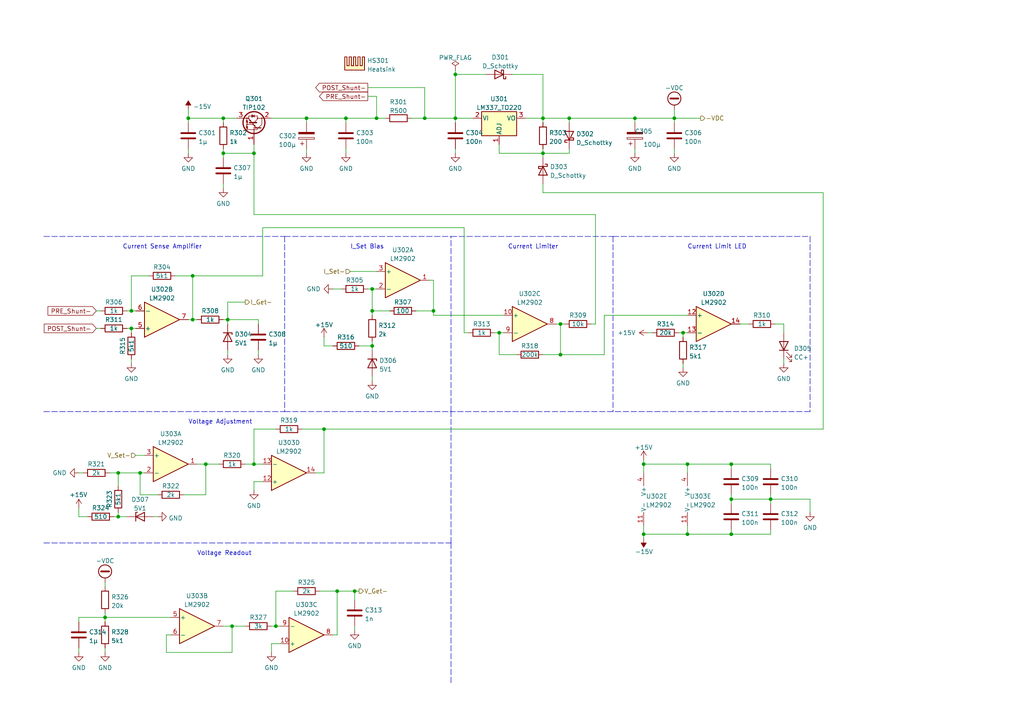
<source format=kicad_sch>
(kicad_sch (version 20211123) (generator eeschema)
  (paper "A4")
  (title_block (title "Negative Voltage Regulation") (date "2022-11-27") (rev "Rev V1.0") (company "Synthron"))
  (lib_symbols
    (symbol "Amplifier_Operational:LM2902" (pin_names (offset 0.127))
      (property "Reference" "U" (at 0 5.08 0))
      (property "Value" "LM2902" (at 0 -5.08 0))
      (symbol "LM2902_1_1"
        (polyline (pts (xy -5.08 5.08) (xy 5.08 0) (xy -5.08 -5.08) (xy -5.08 5.08)) (stroke (width 0.254)) (fill (type background)))
        (pin output line (at 7.62 0 180) (length 2.54) (name "~") (number "1"))
        (pin input line (at -7.62 -2.54 0) (length 2.54) (name "-") (number "2"))
        (pin input line (at -7.62 2.54 0) (length 2.54) (name "+") (number "3"))
      )
      (symbol "LM2902_2_1"
        (polyline (pts (xy -5.08 5.08) (xy 5.08 0) (xy -5.08 -5.08) (xy -5.08 5.08)) (stroke (width 0.254)) (fill (type background)))
        (pin input line (at -7.62 2.54 0) (length 2.54) (name "+") (number "5"))
        (pin input line (at -7.62 -2.54 0) (length 2.54) (name "-") (number "6"))
        (pin output line (at 7.62 0 180) (length 2.54) (name "~") (number "7"))
      )
      (symbol "LM2902_3_1"
        (polyline (pts (xy -5.08 5.08) (xy 5.08 0) (xy -5.08 -5.08) (xy -5.08 5.08)) (stroke (width 0.254)) (fill (type background)))
        (pin input line (at -7.62 2.54 0) (length 2.54) (name "+") (number "10"))
        (pin output line (at 7.62 0 180) (length 2.54) (name "~") (number "8"))
        (pin input line (at -7.62 -2.54 0) (length 2.54) (name "-") (number "9"))
      )
      (symbol "LM2902_4_1"
        (polyline (pts (xy -5.08 5.08) (xy 5.08 0) (xy -5.08 -5.08) (xy -5.08 5.08)) (stroke (width 0.254)) (fill (type background)))
        (pin input line (at -7.62 2.54 0) (length 2.54) (name "+") (number "12"))
        (pin input line (at -7.62 -2.54 0) (length 2.54) (name "-") (number "13"))
        (pin output line (at 7.62 0 180) (length 2.54) (name "~") (number "14"))
      )
      (symbol "LM2902_5_1"
        (pin power_in line (at -2.54 -7.62 90) (length 3.81) (name "V-") (number "11"))
        (pin power_in line (at -2.54 7.62 270) (length 3.81) (name "V+") (number "4"))
      )
    )
    (symbol "Device:C" (pin_numbers hide) (pin_names (offset 0.254))
      (property "Reference" "C" (at 0.635 2.54 0))
      (property "Value" "C" (at 0.635 -2.54 0))
      (symbol "C_0_1"
        (polyline (pts (xy -2.032 -0.762) (xy 2.032 -0.762)) (stroke (width 0.508)))
        (polyline (pts (xy -2.032 0.762) (xy 2.032 0.762)) (stroke (width 0.508)))
      )
      (symbol "C_1_1"
        (pin passive line (at 0 3.81 270) (length 2.794) (name "~") (number "1"))
        (pin passive line (at 0 -3.81 90) (length 2.794) (name "~") (number "2"))
      )
    )
    (symbol "Device:C_Polarized" (pin_numbers hide) (pin_names (offset 0.254))
      (property "Reference" "C" (at 0.635 2.54 0))
      (property "Value" "C_Polarized" (at 0.635 -2.54 0))
      (symbol "C_Polarized_0_1"
        (rectangle (start -2.286 0.508) (end 2.286 1.016))
        (polyline (pts (xy -1.778 2.286) (xy -0.762 2.286)))
        (polyline (pts (xy -1.27 2.794) (xy -1.27 1.778)))
        (rectangle (start 2.286 -0.508) (end -2.286 -1.016) (fill (type outline)))
      )
      (symbol "C_Polarized_1_1"
        (pin passive line (at 0 3.81 270) (length 2.794) (name "~") (number "1"))
        (pin passive line (at 0 -3.81 90) (length 2.794) (name "~") (number "2"))
      )
    )
    (symbol "Device:D_Schottky" (pin_numbers hide) (pin_names (offset 1.016) hide)
      (property "Reference" "D" (at 0 2.54 0))
      (property "Value" "D_Schottky" (at 0 -2.54 0))
      (symbol "D_Schottky_0_1"
        (polyline (pts (xy 1.27 0) (xy -1.27 0)))
        (polyline (pts (xy 1.27 1.27) (xy 1.27 -1.27) (xy -1.27 0) (xy 1.27 1.27)) (stroke (width 0.254)))
        (polyline (pts (xy -1.905 0.635) (xy -1.905 1.27) (xy -1.27 1.27) (xy -1.27 -1.27) (xy -0.635 -1.27) (xy -0.635 -0.635)) (stroke (width 0.254)))
      )
      (symbol "D_Schottky_1_1"
        (pin passive line (at -3.81 0 0) (length 2.54) (name "K") (number "1"))
        (pin passive line (at 3.81 0 180) (length 2.54) (name "A") (number "2"))
      )
    )
    (symbol "Device:D_Zener" (pin_numbers hide) (pin_names (offset 1.016) hide)
      (property "Reference" "D" (at 0 2.54 0))
      (property "Value" "D_Zener" (at 0 -2.54 0))
      (symbol "D_Zener_0_1"
        (polyline (pts (xy 1.27 0) (xy -1.27 0)))
        (polyline (pts (xy -1.27 -1.27) (xy -1.27 1.27) (xy -0.762 1.27)) (stroke (width 0.254)))
        (polyline (pts (xy 1.27 -1.27) (xy 1.27 1.27) (xy -1.27 0) (xy 1.27 -1.27)) (stroke (width 0.254)))
      )
      (symbol "D_Zener_1_1"
        (pin passive line (at -3.81 0 0) (length 2.54) (name "K") (number "1"))
        (pin passive line (at 3.81 0 180) (length 2.54) (name "A") (number "2"))
      )
    )
    (symbol "Device:LED" (pin_numbers hide) (pin_names (offset 1.016) hide)
      (property "Reference" "D" (at 0 2.54 0))
      (property "Value" "LED" (at 0 -2.54 0))
      (symbol "LED_0_1"
        (polyline (pts (xy -1.27 -1.27) (xy -1.27 1.27)) (stroke (width 0.254)))
        (polyline (pts (xy -1.27 0) (xy 1.27 0)))
        (polyline (pts (xy 1.27 -1.27) (xy 1.27 1.27) (xy -1.27 0) (xy 1.27 -1.27)) (stroke (width 0.254)))
        (polyline (pts (xy -3.048 -0.762) (xy -4.572 -2.286) (xy -3.81 -2.286) (xy -4.572 -2.286) (xy -4.572 -1.524)))
        (polyline (pts (xy -1.778 -0.762) (xy -3.302 -2.286) (xy -2.54 -2.286) (xy -3.302 -2.286) (xy -3.302 -1.524)))
      )
      (symbol "LED_1_1"
        (pin passive line (at -3.81 0 0) (length 2.54) (name "K") (number "1"))
        (pin passive line (at 3.81 0 180) (length 2.54) (name "A") (number "2"))
      )
    )
    (symbol "Device:R" (pin_numbers hide) (pin_names (offset 0))
      (property "Reference" "R" (at 2.032 0 90))
      (property "Value" "R" (at 0 0 90))
      (symbol "R_0_1"
        (rectangle (start -1.016 -2.54) (end 1.016 2.54) (stroke (width 0.254)))
      )
      (symbol "R_1_1"
        (pin passive line (at 0 3.81 270) (length 1.27) (name "~") (number "1"))
        (pin passive line (at 0 -3.81 90) (length 1.27) (name "~") (number "2"))
      )
    )
    (symbol "Mechanical:Heatsink" (pin_names (offset 1.016))
      (property "Reference" "HS" (at 0 5.08 0))
      (property "Value" "Heatsink" (at 0 -1.27 0))
      (symbol "Heatsink_0_1"
        (polyline (pts (xy -0.3302 1.27) (xy -0.9652 1.27) (xy -0.9652 3.81) (xy -1.6002 3.81) (xy -1.6002 1.27) (xy -2.2352 1.27) (xy -2.2352 3.81) (xy -2.8702 3.81) (xy -2.8702 0) (xy -0.9652 0)) (stroke (width 0.254)) (fill (type background)))
        (polyline (pts (xy -0.3302 1.27) (xy -0.3302 3.81) (xy 0.3048 3.81) (xy 0.3048 1.27) (xy 0.9398 1.27) (xy 0.9398 3.81) (xy 1.5748 3.81) (xy 1.5748 1.27) (xy 2.2098 1.27) (xy 2.2098 3.81) (xy 2.8448 3.81) (xy 2.8448 0) (xy -0.9652 0)) (stroke (width 0.254)) (fill (type background)))
      )
    )
    (symbol "Regulator_Linear:LM337_TO220" (pin_names (offset 0.254))
      (property "Reference" "U" (at -3.81 -3.175 0))
      (property "Value" "LM337_TO220" (at 0 -3.175 0))
      (symbol "LM337_TO220_0_1"
        (rectangle (start -5.08 5.08) (end 5.08 -1.905) (stroke (width 0.254)) (fill (type background)))
      )
      (symbol "LM337_TO220_1_1"
        (pin input line (at 0 7.62 270) (length 2.54) (name "ADJ") (number "1"))
        (pin power_in line (at -7.62 0 0) (length 2.54) (name "VI") (number "2"))
        (pin power_out line (at 7.62 0 180) (length 2.54) (name "VO") (number "3"))
      )
    )
    (symbol "Transistor_BJT:TIP122" (pin_names (offset 0) hide)
      (property "Reference" "Q" (at 5.08 1.905 0))
      (property "Value" "TIP122" (at 5.08 0 0))
      (symbol "TIP122_0_1"
        (circle (center -0.762 0) (radius 0.127))
        (polyline (pts (xy -1.27 0) (xy -0.889 0)))
        (polyline (pts (xy 2.54 -2.032) (xy 2.54 -2.54)))
        (polyline (pts (xy 2.54 -1.524) (xy 3.175 -1.524)))
        (polyline (pts (xy 2.794 0.127) (xy 3.556 0.127)))
        (polyline (pts (xy 3.175 -0.635) (xy 3.175 -1.524)))
        (polyline (pts (xy 3.175 1.016) (xy 2.54 1.016)))
        (polyline (pts (xy 3.175 1.016) (xy 3.175 0.127)))
        (polyline (pts (xy -0.254 0.762) (xy 0.762 -0.254) (xy 1.27 -0.254)))
        (polyline (pts (xy -0.254 1.016) (xy -0.762 1.016) (xy -0.762 -2.032)))
        (polyline (pts (xy -0.254 1.27) (xy 0.762 2.286) (xy 2.54 2.286)))
        (polyline (pts (xy -0.254 2.032) (xy -0.254 0) (xy -0.254 0)) (stroke (width 0.3048)))
        (polyline (pts (xy 1.27 0.762) (xy 1.27 -1.27) (xy 1.27 -1.27)) (stroke (width 0.381)))
        (polyline (pts (xy 0.635 -0.127) (xy 0.381 0.381) (xy 0.127 0.127) (xy 0.635 -0.127)))
        (polyline (pts (xy 1.27 -0.508) (xy 2.286 -1.524) (xy 2.54 -1.524) (xy 2.54 -2.032)))
        (polyline (pts (xy 1.27 0) (xy 2.286 1.016) (xy 2.54 1.016) (xy 2.54 2.286)))
        (polyline (pts (xy 2.159 -1.397) (xy 1.905 -0.889) (xy 1.651 -1.143) (xy 2.159 -1.397)))
        (polyline (pts (xy 3.175 0.127) (xy 2.794 -0.635) (xy 3.556 -0.635) (xy 3.175 0.127)) (fill (type outline)))
        (polyline (pts (xy 0.762 -2.032) (xy 0.381 -2.032) (xy 0.254 -2.286) (xy 0.127 -1.778) (xy 0 -2.286) (xy -0.127 -1.778) (xy -0.254 -2.286) (xy -0.381 -1.778) (xy -0.508 -2.032) (xy -0.762 -2.032)))
        (polyline (pts (xy 0.762 -0.254) (xy 0.762 -2.032) (xy 1.143 -2.032) (xy 1.27 -1.778) (xy 1.397 -2.286) (xy 1.524 -1.778) (xy 1.651 -2.286) (xy 1.778 -1.778) (xy 1.905 -2.286) (xy 2.032 -2.032) (xy 2.54 -2.032)))
        (circle (center 0.762 -2.032) (radius 0.127))
        (circle (center 0.762 -0.254) (radius 0.127))
        (circle (center 1.27 0) (radius 3.175) (stroke (width 0.3556)))
        (circle (center 2.54 -2.032) (radius 0.127))
        (circle (center 2.54 -1.524) (radius 0.127))
        (circle (center 2.54 1.016) (radius 0.127))
        (circle (center 2.54 2.286) (radius 0.127))
      )
      (symbol "TIP122_1_1"
        (pin input line (at -5.08 0 0) (length 3.81) (name "B") (number "1"))
        (pin passive line (at 2.54 5.08 270) (length 2.667) (name "C") (number "2"))
        (pin passive line (at 2.54 -5.08 90) (length 2.54) (name "E") (number "3"))
      )
    )
    (symbol "power:+15V" (power) (pin_names (offset 0))
      (property "Value" "+15V" (at 0 3.556 0))
      (symbol "+15V_0_1"
        (polyline (pts (xy -0.762 1.27) (xy 0 2.54)))
        (polyline (pts (xy 0 0) (xy 0 2.54)))
        (polyline (pts (xy 0 2.54) (xy 0.762 1.27)))
      )
      (symbol "+15V_1_1"
        (pin power_in line (at 0 0 90) (length 0) hide (name "+15V") (number "1"))
      )
    )
    (symbol "power:-15V" (power) (pin_names (offset 0))
      (property "Value" "-15V" (at 0 3.81 0))
      (symbol "-15V_0_0"
        (pin power_in line (at 0 0 90) (length 0) hide (name "-15V") (number "1"))
      )
      (symbol "-15V_0_1"
        (polyline (pts (xy 0 0) (xy 0 1.27) (xy 0.762 1.27) (xy 0 2.54) (xy -0.762 1.27) (xy 0 1.27)) (fill (type outline)))
      )
    )
    (symbol "power:-VDC" (power) (pin_names (offset 0))
      (property "Value" "-VDC" (at 0 6.35 0))
      (symbol "-VDC_0_1"
        (polyline (pts (xy -1.143 3.175) (xy 1.143 3.175)) (stroke (width 0.508)))
        (polyline (pts (xy 0 0) (xy 0 1.27)))
        (circle (center 0 3.175) (radius 1.905) (stroke (width 0.254)))
      )
      (symbol "-VDC_1_1"
        (pin power_in line (at 0 0 90) (length 0) hide (name "-VDC") (number "1"))
      )
    )
    (symbol "power:GND" (power) (pin_names (offset 0))
      (property "Value" "GND" (at 0 -3.81 0))
      (symbol "GND_0_1"
        (polyline (pts (xy 0 0) (xy 0 -1.27) (xy 1.27 -1.27) (xy 0 -2.54) (xy -1.27 -1.27) (xy 0 -1.27)))
      )
      (symbol "GND_1_1"
        (pin power_in line (at 0 0 270) (length 0) hide (name "GND") (number "1"))
      )
    )
    (symbol "power:PWR_FLAG" (power) (pin_numbers hide) (pin_names (offset 0) hide)
      (property "Value" "PWR_FLAG" (at 0 3.81 0))
      (symbol "PWR_FLAG_0_0"
        (pin power_out line (at 0 0 90) (length 0) (name "pwr") (number "1"))
      )
      (symbol "PWR_FLAG_0_1"
        (polyline (pts (xy 0 0) (xy 0 1.27) (xy -1.016 1.905) (xy 0 2.54) (xy 1.016 1.905) (xy 0 1.27)))
      )
    )
  )
  (junction (at 212.09 134.62))
  (junction (at 109.22 34.29))
  (junction (at 186.69 134.62))
  (junction (at 132.08 34.29))
  (junction (at 107.95 90.17))
  (junction (at 157.48 34.29))
  (junction (at 64.77 34.29))
  (junction (at 186.69 154.94))
  (junction (at 59.69 134.62))
  (junction (at 184.15 34.29))
  (junction (at 199.39 134.62))
  (junction (at 162.56 93.98))
  (junction (at 93.98 124.46))
  (junction (at 55.88 92.71))
  (junction (at 157.48 44.45))
  (junction (at 73.66 44.45))
  (junction (at 88.9 34.29))
  (junction (at 73.66 134.62))
  (junction (at 67.31 181.61))
  (junction (at 223.52 144.78))
  (junction (at 38.1 95.25))
  (junction (at 97.79 171.45))
  (junction (at 165.1 34.29))
  (junction (at 40.64 137.16))
  (junction (at 54.61 34.29))
  (junction (at 212.09 154.94))
  (junction (at 107.95 83.82))
  (junction (at 144.78 96.52))
  (junction (at 102.87 171.45))
  (junction (at 162.56 102.87))
  (junction (at 199.39 154.94))
  (junction (at 30.48 179.07))
  (junction (at 80.01 181.61))
  (junction (at 100.33 34.29))
  (junction (at 125.73 90.17))
  (junction (at 132.08 21.59))
  (junction (at 198.12 96.52))
  (junction (at 34.29 137.16))
  (junction (at 107.95 100.33))
  (junction (at 64.77 44.45))
  (junction (at 34.29 149.86))
  (junction (at 38.1 90.17))
  (junction (at 195.58 34.29))
  (junction (at 212.09 144.78))
  (junction (at 66.04 92.71))
  (junction (at 55.88 80.01))
  (junction (at 123.19 34.29))
  (wire (pts (xy 223.52 153.67) (xy 223.52 154.94)))
  (wire (pts (xy 223.52 143.51) (xy 223.52 144.78)))
  (wire (pts (xy 187.96 96.52) (xy 189.23 96.52)))
  (wire (pts (xy 80.01 181.61) (xy 80.01 171.45)))
  (wire (pts (xy 125.73 91.44) (xy 146.05 91.44)))
  (wire (pts (xy 93.98 137.16) (xy 91.44 137.16)))
  (wire (pts (xy 157.48 43.18) (xy 157.48 44.45)))
  (wire (pts (xy 198.12 105.41) (xy 198.12 106.68)))
  (wire (pts (xy 223.52 144.78) (xy 223.52 146.05)))
  (wire (pts (xy 162.56 102.87) (xy 175.26 102.87)))
  (wire (pts (xy 234.95 144.78) (xy 234.95 148.59)))
  (wire (pts (xy 100.33 35.56) (xy 100.33 34.29)))
  (wire (pts (xy 31.75 137.16) (xy 34.29 137.16)))
  (wire (pts (xy 148.59 21.59) (xy 157.48 21.59)))
  (polyline (pts (xy 82.55 119.38) (xy 130.81 119.38)))
  (wire (pts (xy 54.61 43.18) (xy 54.61 44.45)))
  (wire (pts (xy 34.29 137.16) (xy 40.64 137.16)))
  (wire (pts (xy 198.12 96.52) (xy 199.39 96.52)))
  (wire (pts (xy 195.58 31.75) (xy 195.58 34.29)))
  (wire (pts (xy 59.69 134.62) (xy 57.15 134.62)))
  (wire (pts (xy 124.46 81.28) (xy 125.73 81.28)))
  (wire (pts (xy 88.9 35.56) (xy 88.9 34.29)))
  (wire (pts (xy 223.52 135.89) (xy 223.52 134.62)))
  (wire (pts (xy 134.62 66.04) (xy 134.62 96.52)))
  (wire (pts (xy 54.61 34.29) (xy 54.61 35.56)))
  (wire (pts (xy 152.4 34.29) (xy 157.48 34.29)))
  (polyline (pts (xy 12.7 119.38) (xy 82.55 119.38)))
  (wire (pts (xy 45.72 143.51) (xy 40.64 143.51)))
  (wire (pts (xy 212.09 153.67) (xy 212.09 154.94)))
  (wire (pts (xy 22.86 179.07) (xy 30.48 179.07)))
  (wire (pts (xy 30.48 177.8) (xy 30.48 179.07)))
  (wire (pts (xy 123.19 25.4) (xy 123.19 34.29)))
  (wire (pts (xy 27.94 90.17) (xy 29.21 90.17)))
  (wire (pts (xy 165.1 34.29) (xy 184.15 34.29)))
  (wire (pts (xy 93.98 124.46) (xy 93.98 137.16)))
  (wire (pts (xy 100.33 34.29) (xy 109.22 34.29)))
  (wire (pts (xy 162.56 93.98) (xy 163.83 93.98)))
  (wire (pts (xy 223.52 134.62) (xy 212.09 134.62)))
  (wire (pts (xy 107.95 99.06) (xy 107.95 100.33)))
  (wire (pts (xy 64.77 44.45) (xy 73.66 44.45)))
  (wire (pts (xy 106.68 27.94) (xy 109.22 27.94)))
  (wire (pts (xy 64.77 53.34) (xy 64.77 54.61)))
  (wire (pts (xy 102.87 181.61) (xy 102.87 182.88)))
  (wire (pts (xy 186.69 154.94) (xy 186.69 156.21)))
  (polyline (pts (xy 12.7 157.48) (xy 130.81 157.48)))
  (wire (pts (xy 199.39 134.62) (xy 186.69 134.62)))
  (polyline (pts (xy 130.81 68.58) (xy 177.8 68.58)))
  (wire (pts (xy 66.04 87.63) (xy 66.04 92.71)))
  (wire (pts (xy 186.69 152.4) (xy 186.69 154.94)))
  (wire (pts (xy 227.33 93.98) (xy 227.33 96.52)))
  (wire (pts (xy 43.18 80.01) (xy 38.1 80.01)))
  (polyline (pts (xy 177.8 68.58) (xy 234.95 68.58)))
  (wire (pts (xy 184.15 43.18) (xy 184.15 44.45)))
  (wire (pts (xy 109.22 27.94) (xy 109.22 34.29)))
  (wire (pts (xy 73.66 44.45) (xy 73.66 41.91)))
  (wire (pts (xy 212.09 154.94) (xy 199.39 154.94)))
  (wire (pts (xy 76.2 139.7) (xy 73.66 139.7)))
  (wire (pts (xy 106.68 25.4) (xy 123.19 25.4)))
  (wire (pts (xy 48.26 189.23) (xy 67.31 189.23)))
  (wire (pts (xy 80.01 181.61) (xy 81.28 181.61)))
  (wire (pts (xy 157.48 55.88) (xy 238.76 55.88)))
  (wire (pts (xy 162.56 102.87) (xy 162.56 93.98)))
  (wire (pts (xy 171.45 93.98) (xy 172.72 93.98)))
  (wire (pts (xy 175.26 102.87) (xy 175.26 91.44)))
  (wire (pts (xy 54.61 34.29) (xy 64.77 34.29)))
  (wire (pts (xy 39.37 132.08) (xy 41.91 132.08)))
  (wire (pts (xy 212.09 143.51) (xy 212.09 144.78)))
  (wire (pts (xy 22.86 180.34) (xy 22.86 179.07)))
  (wire (pts (xy 143.51 96.52) (xy 144.78 96.52)))
  (polyline (pts (xy 12.7 68.58) (xy 82.55 68.58)))
  (wire (pts (xy 67.31 181.61) (xy 64.77 181.61)))
  (polyline (pts (xy 177.8 68.58) (xy 177.8 119.38)))
  (wire (pts (xy 144.78 102.87) (xy 144.78 96.52)))
  (wire (pts (xy 64.77 92.71) (xy 66.04 92.71)))
  (polyline (pts (xy 234.95 119.38) (xy 177.8 119.38)))
  (wire (pts (xy 165.1 34.29) (xy 165.1 35.56)))
  (wire (pts (xy 87.63 124.46) (xy 93.98 124.46)))
  (wire (pts (xy 106.68 83.82) (xy 107.95 83.82)))
  (wire (pts (xy 157.48 34.29) (xy 157.48 35.56)))
  (wire (pts (xy 40.64 143.51) (xy 40.64 137.16)))
  (wire (pts (xy 107.95 109.22) (xy 107.95 110.49)))
  (polyline (pts (xy 82.55 68.58) (xy 82.55 119.38)))
  (wire (pts (xy 214.63 93.98) (xy 217.17 93.98)))
  (wire (pts (xy 157.48 44.45) (xy 144.78 44.45)))
  (wire (pts (xy 64.77 43.18) (xy 64.77 44.45)))
  (wire (pts (xy 199.39 154.94) (xy 186.69 154.94)))
  (wire (pts (xy 33.02 149.86) (xy 34.29 149.86)))
  (wire (pts (xy 223.52 144.78) (xy 234.95 144.78)))
  (wire (pts (xy 34.29 148.59) (xy 34.29 149.86)))
  (wire (pts (xy 54.61 92.71) (xy 55.88 92.71)))
  (wire (pts (xy 195.58 43.18) (xy 195.58 44.45)))
  (wire (pts (xy 36.83 95.25) (xy 38.1 95.25)))
  (wire (pts (xy 102.87 171.45) (xy 102.87 173.99)))
  (wire (pts (xy 34.29 149.86) (xy 36.83 149.86)))
  (wire (pts (xy 55.88 80.01) (xy 50.8 80.01)))
  (wire (pts (xy 73.66 62.23) (xy 73.66 44.45)))
  (wire (pts (xy 93.98 124.46) (xy 238.76 124.46)))
  (wire (pts (xy 184.15 34.29) (xy 184.15 35.56)))
  (wire (pts (xy 40.64 137.16) (xy 41.91 137.16)))
  (wire (pts (xy 96.52 83.82) (xy 99.06 83.82)))
  (wire (pts (xy 81.28 186.69) (xy 78.74 186.69)))
  (wire (pts (xy 78.74 186.69) (xy 78.74 189.23)))
  (wire (pts (xy 199.39 137.16) (xy 199.39 134.62)))
  (wire (pts (xy 27.94 95.25) (xy 29.21 95.25)))
  (wire (pts (xy 165.1 44.45) (xy 157.48 44.45)))
  (wire (pts (xy 107.95 83.82) (xy 109.22 83.82)))
  (wire (pts (xy 125.73 81.28) (xy 125.73 90.17)))
  (polyline (pts (xy 234.95 68.58) (xy 234.95 119.38)))
  (wire (pts (xy 74.93 92.71) (xy 74.93 93.98)))
  (wire (pts (xy 59.69 134.62) (xy 63.5 134.62)))
  (wire (pts (xy 38.1 80.01) (xy 38.1 90.17)))
  (wire (pts (xy 67.31 181.61) (xy 71.12 181.61)))
  (wire (pts (xy 132.08 21.59) (xy 132.08 34.29)))
  (wire (pts (xy 212.09 144.78) (xy 212.09 146.05)))
  (wire (pts (xy 48.26 184.15) (xy 48.26 189.23)))
  (wire (pts (xy 38.1 90.17) (xy 39.37 90.17)))
  (wire (pts (xy 88.9 43.18) (xy 88.9 44.45)))
  (wire (pts (xy 36.83 90.17) (xy 38.1 90.17)))
  (wire (pts (xy 30.48 179.07) (xy 49.53 179.07)))
  (wire (pts (xy 66.04 92.71) (xy 74.93 92.71)))
  (wire (pts (xy 54.61 31.75) (xy 54.61 34.29)))
  (wire (pts (xy 66.04 101.6) (xy 66.04 102.87)))
  (wire (pts (xy 149.86 102.87) (xy 144.78 102.87)))
  (wire (pts (xy 30.48 168.91) (xy 30.48 170.18)))
  (wire (pts (xy 55.88 80.01) (xy 76.2 80.01)))
  (wire (pts (xy 97.79 171.45) (xy 92.71 171.45)))
  (wire (pts (xy 157.48 21.59) (xy 157.48 34.29)))
  (wire (pts (xy 64.77 34.29) (xy 68.58 34.29)))
  (wire (pts (xy 196.85 96.52) (xy 198.12 96.52)))
  (wire (pts (xy 125.73 90.17) (xy 125.73 91.44)))
  (wire (pts (xy 38.1 104.14) (xy 38.1 105.41)))
  (wire (pts (xy 186.69 133.35) (xy 186.69 134.62)))
  (wire (pts (xy 186.69 134.62) (xy 186.69 137.16)))
  (wire (pts (xy 238.76 124.46) (xy 238.76 55.88)))
  (wire (pts (xy 76.2 80.01) (xy 76.2 66.04)))
  (wire (pts (xy 119.38 34.29) (xy 123.19 34.29)))
  (wire (pts (xy 162.56 93.98) (xy 161.29 93.98)))
  (wire (pts (xy 134.62 96.52) (xy 135.89 96.52)))
  (wire (pts (xy 80.01 124.46) (xy 73.66 124.46)))
  (wire (pts (xy 132.08 34.29) (xy 132.08 35.56)))
  (wire (pts (xy 73.66 134.62) (xy 76.2 134.62)))
  (wire (pts (xy 212.09 134.62) (xy 199.39 134.62)))
  (wire (pts (xy 30.48 187.96) (xy 30.48 189.23)))
  (wire (pts (xy 172.72 93.98) (xy 172.72 62.23)))
  (wire (pts (xy 73.66 124.46) (xy 73.66 134.62)))
  (wire (pts (xy 212.09 135.89) (xy 212.09 134.62)))
  (wire (pts (xy 97.79 184.15) (xy 97.79 171.45)))
  (wire (pts (xy 165.1 43.18) (xy 165.1 44.45)))
  (wire (pts (xy 22.86 137.16) (xy 24.13 137.16)))
  (wire (pts (xy 157.48 44.45) (xy 157.48 45.72)))
  (wire (pts (xy 113.03 90.17) (xy 107.95 90.17)))
  (wire (pts (xy 38.1 95.25) (xy 39.37 95.25)))
  (wire (pts (xy 38.1 95.25) (xy 38.1 96.52)))
  (wire (pts (xy 22.86 187.96) (xy 22.86 189.23)))
  (wire (pts (xy 157.48 34.29) (xy 165.1 34.29)))
  (wire (pts (xy 73.66 139.7) (xy 73.66 142.24)))
  (wire (pts (xy 74.93 101.6) (xy 74.93 102.87)))
  (wire (pts (xy 71.12 134.62) (xy 73.66 134.62)))
  (wire (pts (xy 107.95 100.33) (xy 107.95 101.6)))
  (wire (pts (xy 125.73 90.17) (xy 120.65 90.17)))
  (wire (pts (xy 198.12 96.52) (xy 198.12 97.79)))
  (wire (pts (xy 53.34 143.51) (xy 59.69 143.51)))
  (wire (pts (xy 175.26 91.44) (xy 199.39 91.44)))
  (wire (pts (xy 195.58 34.29) (xy 203.2 34.29)))
  (wire (pts (xy 88.9 34.29) (xy 78.74 34.29)))
  (wire (pts (xy 132.08 34.29) (xy 137.16 34.29)))
  (wire (pts (xy 93.98 97.79) (xy 93.98 100.33)))
  (wire (pts (xy 157.48 102.87) (xy 162.56 102.87)))
  (wire (pts (xy 107.95 90.17) (xy 107.95 83.82)))
  (wire (pts (xy 55.88 92.71) (xy 55.88 80.01)))
  (wire (pts (xy 227.33 104.14) (xy 227.33 105.41)))
  (wire (pts (xy 96.52 184.15) (xy 97.79 184.15)))
  (wire (pts (xy 97.79 171.45) (xy 102.87 171.45)))
  (wire (pts (xy 132.08 20.32) (xy 132.08 21.59)))
  (wire (pts (xy 123.19 34.29) (xy 132.08 34.29)))
  (wire (pts (xy 107.95 90.17) (xy 107.95 91.44)))
  (polyline (pts (xy 130.81 157.48) (xy 130.81 119.38)))
  (wire (pts (xy 22.86 149.86) (xy 25.4 149.86)))
  (wire (pts (xy 66.04 92.71) (xy 66.04 93.98)))
  (wire (pts (xy 101.6 78.74) (xy 109.22 78.74)))
  (wire (pts (xy 144.78 96.52) (xy 146.05 96.52)))
  (wire (pts (xy 78.74 181.61) (xy 80.01 181.61)))
  (wire (pts (xy 212.09 144.78) (xy 223.52 144.78)))
  (wire (pts (xy 102.87 171.45) (xy 104.14 171.45)))
  (wire (pts (xy 100.33 34.29) (xy 88.9 34.29)))
  (wire (pts (xy 64.77 34.29) (xy 64.77 35.56)))
  (wire (pts (xy 144.78 44.45) (xy 144.78 41.91)))
  (wire (pts (xy 104.14 100.33) (xy 107.95 100.33)))
  (wire (pts (xy 172.72 62.23) (xy 73.66 62.23)))
  (polyline (pts (xy 82.55 68.58) (xy 130.81 68.58)))
  (wire (pts (xy 157.48 55.88) (xy 157.48 53.34)))
  (wire (pts (xy 59.69 143.51) (xy 59.69 134.62)))
  (wire (pts (xy 71.12 87.63) (xy 66.04 87.63)))
  (wire (pts (xy 109.22 34.29) (xy 111.76 34.29)))
  (wire (pts (xy 195.58 34.29) (xy 195.58 35.56)))
  (wire (pts (xy 64.77 44.45) (xy 64.77 45.72)))
  (wire (pts (xy 132.08 44.45) (xy 132.08 43.18)))
  (wire (pts (xy 49.53 184.15) (xy 48.26 184.15)))
  (polyline (pts (xy 130.81 157.48) (xy 130.81 198.12)))
  (wire (pts (xy 184.15 34.29) (xy 195.58 34.29)))
  (wire (pts (xy 224.79 93.98) (xy 227.33 93.98)))
  (wire (pts (xy 140.97 21.59) (xy 132.08 21.59)))
  (wire (pts (xy 34.29 140.97) (xy 34.29 137.16)))
  (wire (pts (xy 44.45 149.86) (xy 45.72 149.86)))
  (wire (pts (xy 93.98 100.33) (xy 96.52 100.33)))
  (polyline (pts (xy 130.81 119.38) (xy 130.81 68.58)))
  (wire (pts (xy 100.33 43.18) (xy 100.33 44.45)))
  (wire (pts (xy 80.01 171.45) (xy 85.09 171.45)))
  (polyline (pts (xy 177.8 119.38) (xy 130.81 119.38)))
  (wire (pts (xy 223.52 154.94) (xy 212.09 154.94)))
  (wire (pts (xy 55.88 92.71) (xy 57.15 92.71)))
  (wire (pts (xy 76.2 66.04) (xy 134.62 66.04)))
  (wire (pts (xy 199.39 152.4) (xy 199.39 154.94)))
  (wire (pts (xy 67.31 189.23) (xy 67.31 181.61)))
  (wire (pts (xy 30.48 179.07) (xy 30.48 180.34)))
  (wire (pts (xy 22.86 147.32) (xy 22.86 149.86)))
  (text "Current Sense Amplifier" (at 35.56 72.39 0) (effects (font (size 1.27 1.27)) (justify left bottom)))
  (text "I_Set Bias" (at 101.6 72.39 0) (effects (font (size 1.27 1.27)) (justify left bottom)))
  (text "Voltage Adjustment" (at 54.61 123.19 0) (effects (font (size 1.27 1.27)) (justify left bottom)))
  (text "Current Limit LED" (at 199.39 72.39 0) (effects (font (size 1.27 1.27)) (justify left bottom)))
  (text "Voltage Readout" (at 57.15 161.29 0) (effects (font (size 1.27 1.27)) (justify left bottom)))
  (text "Current Limiter" (at 147.32 72.39 0) (effects (font (size 1.27 1.27)) (justify left bottom)))
  (global_label "POST_Shunt-" (shape input) (at 27.94 95.25 180) (property "Intersheet References" "${INTERSHEET_REFS}" (effects hide)))
  (global_label "PRE_Shunt-" (shape input) (at 27.94 90.17 180) (property "Intersheet References" "${INTERSHEET_REFS}" (effects hide)))
  (global_label "PRE_Shunt-" (shape output) (at 106.68 27.94 180) (property "Intersheet References" "${INTERSHEET_REFS}" (effects hide)))
  (global_label "POST_Shunt-" (shape output) (at 106.68 25.4 180) (property "Intersheet References" "${INTERSHEET_REFS}" (effects hide)))
  (hierarchical_label "V_Set-" (shape input) (at 39.37 132.08 180))
  (hierarchical_label "I_Set-" (shape input) (at 101.6 78.74 180))
  (hierarchical_label "-VDC" (shape output) (at 203.2 34.29 0))
  (hierarchical_label "I_Get-" (shape output) (at 71.12 87.63 0))
  (hierarchical_label "V_Get-" (shape output) (at 104.14 171.45 0))
  (symbol (lib_id "power:GND") (at 30.48 189.23 0) (unit 1)
    (property "Reference" "#PWR0329" (effects hide))
    (property "Value" "GND" (at 30.48 193.6734 0))
  )
  (symbol (lib_id "power:GND") (at 234.95 148.59 0) (unit 1)
    (property "Reference" "#PWR0323" (effects hide))
    (property "Value" "GND" (at 234.95 153.0334 0))
  )
  (symbol (lib_id "Device:R") (at 33.02 90.17 90) (unit 1)
    (property "Reference" "R306" (at 33.02 87.63 90))
    (property "Value" "1k" (at 33.02 90.17 90))
    (property "Footprint" "Resistor_SMD:R_0805_2012Metric" (effects hide))
  )
  (symbol (lib_id "Device:R") (at 64.77 39.37 0) (unit 1)
    (property "Reference" "R302" (at 66.548 38.5353 0) (effects (justify left)))
    (property "Value" "1k" (at 66.548 41.0722 0) (effects (justify left)))
    (property "Footprint" "Resistor_SMD:R_0805_2012Metric" (effects hide))
  )
  (symbol (lib_id "power:+15V") (at 186.69 133.35 0) (unit 1)
    (property "Reference" "#PWR0319" (effects hide))
    (property "Value" "+15V" (at 186.69 129.7742 0))
  )
  (symbol (lib_id "Amplifier_Operational:LM2902") (at 83.82 137.16 0) (mirror x) (unit 4)
    (property "Reference" "U303" (at 83.82 128.3802 0))
    (property "Value" "LM2902" (at 83.82 130.9171 0))
    (property "Footprint" "Package_SO:TSSOP-14_4.4x5mm_P0.65mm" (effects hide))
    (property "Datasheet" "http://www.ti.com/lit/ds/symlink/lm2902-n.pdf" (effects hide))
  )
  (symbol (lib_id "power:GND") (at 74.93 102.87 0) (unit 1)
    (property "Reference" "#PWR0314" (effects hide))
    (property "Value" "GND" (at 74.93 107.3134 0))
  )
  (symbol (lib_id "Device:LED") (at 227.33 100.33 90) (unit 1)
    (property "Reference" "D305" (at 230.251 101.0828 90) (effects (justify right)))
    (property "Value" "CC+" (at 230.251 103.6197 90) (effects (justify right)))
    (property "Footprint" "LED_THT:LED_D3.0mm" (effects hide))
  )
  (symbol (lib_id "power:GND") (at 198.12 106.68 0) (unit 1)
    (property "Reference" "#PWR0317" (effects hide))
    (property "Value" "GND" (at 198.12 111.1234 0))
  )
  (symbol (lib_id "Device:C") (at 100.33 39.37 0) (unit 1)
    (property "Reference" "C303" (at 103.251 38.5353 0) (effects (justify left)))
    (property "Value" "100n" (at 103.251 41.0722 0) (effects (justify left)))
    (property "Footprint" "Capacitor_SMD:C_0805_2012Metric" (effects hide))
  )
  (symbol (lib_id "power:-VDC") (at 195.58 31.75 0) (unit 1)
    (property "Reference" "#PWR0302" (effects hide))
    (property "Value" "-VDC" (at 195.58 25.5072 0))
  )
  (symbol (lib_id "Device:R") (at 74.93 181.61 90) (unit 1)
    (property "Reference" "R327" (at 74.93 179.07 90))
    (property "Value" "3k" (at 74.93 181.61 90))
    (property "Footprint" "Resistor_SMD:R_0805_2012Metric" (effects hide))
  )
  (symbol (lib_id "power:-15V") (at 54.61 31.75 0) (unit 1)
    (property "Reference" "#PWR0301" (effects hide))
    (property "Value" "-15V" (at 56.007 30.9138 0) (effects (justify left)))
  )
  (symbol (lib_id "Amplifier_Operational:LM2902") (at 88.9 184.15 0) (mirror x) (unit 3)
    (property "Reference" "U303" (at 88.9 175.3702 0))
    (property "Value" "LM2902" (at 88.9 177.9071 0))
    (property "Footprint" "Package_SO:TSSOP-14_4.4x5mm_P0.65mm" (effects hide))
    (property "Datasheet" "http://www.ti.com/lit/ds/symlink/lm2902-n.pdf" (effects hide))
  )
  (symbol (lib_id "Amplifier_Operational:LM2902") (at 207.01 93.98 0) (unit 4)
    (property "Reference" "U302" (at 207.01 85.2002 0))
    (property "Value" "LM2902" (at 207.01 87.7371 0))
    (property "Footprint" "Package_SO:TSSOP-14_4.4x5mm_P0.65mm" (effects hide))
    (property "Datasheet" "http://www.ti.com/lit/ds/symlink/lm2902-n.pdf" (effects hide))
  )
  (symbol (lib_id "Device:R") (at 167.64 93.98 90) (unit 1)
    (property "Reference" "R309" (at 167.64 91.44 90))
    (property "Value" "10k" (at 167.64 93.98 90))
    (property "Footprint" "Resistor_SMD:R_0805_2012Metric" (effects hide))
  )
  (symbol (lib_id "Device:C") (at 54.61 39.37 0) (unit 1)
    (property "Reference" "C301" (at 57.531 38.5353 0) (effects (justify left)))
    (property "Value" "1µ" (at 57.531 41.0722 0) (effects (justify left)))
    (property "Footprint" "Capacitor_SMD:C_0805_2012Metric" (effects hide))
  )
  (symbol (lib_id "power:GND") (at 107.95 110.49 0) (unit 1)
    (property "Reference" "#PWR0318" (effects hide))
    (property "Value" "GND" (at 107.95 114.9334 0))
  )
  (symbol (lib_id "Device:R") (at 34.29 144.78 180) (unit 1)
    (property "Reference" "R323" (at 31.75 144.78 90))
    (property "Value" "5k1" (at 34.29 144.78 90))
    (property "Footprint" "Resistor_SMD:R_0805_2012Metric" (effects hide))
  )
  (symbol (lib_id "Transistor_BJT:TIP122") (at 73.66 36.83 270) (mirror x) (unit 1)
    (property "Reference" "Q301" (at 73.66 28.6344 90))
    (property "Value" "TIP102" (at 73.66 31.1713 90))
    (property "Footprint" "Package_TO_SOT_THT:TO-220-3_Vertical" (effects hide))
    (property "Datasheet" "https://www.onsemi.com/pub/Collateral/TIP120-D.PDF" (effects hide))
  )
  (symbol (lib_id "power:GND") (at 96.52 83.82 270) (unit 1)
    (property "Reference" "#PWR0310" (effects hide))
    (property "Value" "GND" (at 88.9 83.82 90) (effects (justify left)))
  )
  (symbol (lib_id "Device:R") (at 29.21 149.86 90) (unit 1)
    (property "Reference" "R324" (at 29.21 147.32 90))
    (property "Value" "510" (at 29.21 149.86 90))
    (property "Footprint" "Resistor_SMD:R_0805_2012Metric" (effects hide))
  )
  (symbol (lib_id "Device:D_Schottky") (at 144.78 21.59 180) (unit 1)
    (property "Reference" "D301" (at 145.0975 16.6202 0))
    (property "Value" "D_Schottky" (at 145.0975 19.1571 0))
    (property "Footprint" "Diode_SMD:D_SOD-123" (effects hide))
  )
  (symbol (lib_id "Device:R") (at 30.48 173.99 0) (unit 1)
    (property "Reference" "R326" (at 32.258 173.1553 0) (effects (justify left)))
    (property "Value" "20k" (at 32.258 175.6922 0) (effects (justify left)))
    (property "Footprint" "Resistor_SMD:R_0805_2012Metric" (effects hide))
  )
  (symbol (lib_id "power:GND") (at 102.87 182.88 0) (unit 1)
    (property "Reference" "#PWR0327" (effects hide))
    (property "Value" "GND" (at 102.87 187.3234 0))
  )
  (symbol (lib_id "power:-VDC") (at 30.48 168.91 0) (unit 1)
    (property "Reference" "#PWR0326" (effects hide))
    (property "Value" "-VDC" (at 30.48 162.6672 0))
  )
  (symbol (lib_id "Amplifier_Operational:LM2902") (at 201.93 144.78 0) (unit 5)
    (property "Reference" "U303" (at 200.025 143.9453 0) (effects (justify left)))
    (property "Value" "LM2902" (at 200.025 146.4822 0) (effects (justify left)))
    (property "Footprint" "Package_SO:TSSOP-14_4.4x5mm_P0.65mm" (effects hide))
    (property "Datasheet" "http://www.ti.com/lit/ds/symlink/lm2902-n.pdf" (effects hide))
  )
  (symbol (lib_id "Device:D_Zener") (at 40.64 149.86 0) (unit 1)
    (property "Reference" "D307" (at 40.64 144.8902 0))
    (property "Value" "5V1" (at 40.64 147.4271 0))
    (property "Footprint" "Diode_SMD:D_SOD-123" (effects hide))
  )
  (symbol (lib_id "power:GND") (at 64.77 54.61 0) (unit 1)
    (property "Reference" "#PWR0309" (effects hide))
    (property "Value" "GND" (at 64.77 59.0534 0))
  )
  (symbol (lib_id "Device:D_Zener") (at 107.95 105.41 270) (unit 1)
    (property "Reference" "D306" (at 109.982 104.5753 90) (effects (justify left)))
    (property "Value" "5V1" (at 109.982 107.1122 90) (effects (justify left)))
    (property "Footprint" "Diode_SMD:D_SOD-123" (effects hide))
  )
  (symbol (lib_id "Device:C") (at 64.77 49.53 0) (unit 1)
    (property "Reference" "C307" (at 67.691 48.6953 0) (effects (justify left)))
    (property "Value" "1µ" (at 67.691 51.2322 0) (effects (justify left)))
    (property "Footprint" "Capacitor_SMD:C_0805_2012Metric" (effects hide))
  )
  (symbol (lib_id "power:GND") (at 227.33 105.41 0) (unit 1)
    (property "Reference" "#PWR0316" (effects hide))
    (property "Value" "GND" (at 227.33 109.8534 0))
  )
  (symbol (lib_id "power:GND") (at 100.33 44.45 0) (unit 1)
    (property "Reference" "#PWR0305" (effects hide))
    (property "Value" "GND" (at 100.33 48.8934 0))
  )
  (symbol (lib_id "Device:R") (at 83.82 124.46 90) (unit 1)
    (property "Reference" "R319" (at 83.82 121.92 90))
    (property "Value" "1k" (at 83.82 124.46 90))
    (property "Footprint" "Resistor_SMD:R_0805_2012Metric" (effects hide))
  )
  (symbol (lib_id "power:-15V") (at 186.69 156.21 180) (unit 1)
    (property "Reference" "#PWR0325" (effects hide))
    (property "Value" "-15V" (at 184.15 160.02 0) (effects (justify right)))
  )
  (symbol (lib_id "Device:C") (at 22.86 184.15 0) (unit 1)
    (property "Reference" "C314" (at 25.781 183.3153 0) (effects (justify left)))
    (property "Value" "1µ" (at 25.781 185.8522 0) (effects (justify left)))
    (property "Footprint" "Capacitor_SMD:C_0805_2012Metric" (effects hide))
  )
  (symbol (lib_id "Device:R") (at 116.84 90.17 90) (unit 1)
    (property "Reference" "R307" (at 116.84 87.63 90))
    (property "Value" "100" (at 116.84 90.17 90))
    (property "Footprint" "Resistor_SMD:R_0805_2012Metric" (effects hide))
  )
  (symbol (lib_id "power:+15V") (at 22.86 147.32 0) (unit 1)
    (property "Reference" "#PWR0322" (effects hide))
    (property "Value" "+15V" (at 25.4 143.51 0) (effects (justify right)))
  )
  (symbol (lib_id "Device:R") (at 60.96 92.71 90) (unit 1)
    (property "Reference" "R308" (at 60.96 90.17 90))
    (property "Value" "1k" (at 60.96 92.71 90))
    (property "Footprint" "Resistor_SMD:R_0805_2012Metric" (effects hide))
  )
  (symbol (lib_id "Device:D_Schottky") (at 157.48 49.53 270) (unit 1)
    (property "Reference" "D303" (at 159.512 48.3778 90) (effects (justify left)))
    (property "Value" "D_Schottky" (at 159.512 50.9147 90) (effects (justify left)))
    (property "Footprint" "Diode_SMD:D_SOD-123" (effects hide))
  )
  (symbol (lib_id "Device:R") (at 139.7 96.52 90) (unit 1)
    (property "Reference" "R313" (at 139.7 93.98 90))
    (property "Value" "1k" (at 139.7 96.52 90))
    (property "Footprint" "Resistor_SMD:R_0805_2012Metric" (effects hide))
  )
  (symbol (lib_id "Device:C") (at 223.52 149.86 0) (unit 1)
    (property "Reference" "C312" (at 226.441 149.0253 0) (effects (justify left)))
    (property "Value" "100n" (at 226.441 151.5622 0) (effects (justify left)))
    (property "Footprint" "Capacitor_SMD:C_0805_2012Metric" (effects hide))
  )
  (symbol (lib_id "Device:C") (at 195.58 39.37 0) (unit 1)
    (property "Reference" "C306" (at 198.501 38.5353 0) (effects (justify left)))
    (property "Value" "100n" (at 198.501 41.0722 0) (effects (justify left)))
    (property "Footprint" "Capacitor_SMD:C_0805_2012Metric" (effects hide))
  )
  (symbol (lib_id "Device:R") (at 198.12 101.6 0) (unit 1)
    (property "Reference" "R317" (at 199.898 100.7653 0) (effects (justify left)))
    (property "Value" "5k1" (at 199.898 103.3022 0) (effects (justify left)))
    (property "Footprint" "Resistor_SMD:R_0805_2012Metric" (effects hide))
  )
  (symbol (lib_id "Device:C_Polarized") (at 184.15 39.37 0) (mirror x) (unit 1)
    (property "Reference" "C305" (at 189.23 38.1 0) (effects (justify right)))
    (property "Value" "100µ" (at 191.77 41.91 0) (effects (justify right)))
    (property "Footprint" "Capacitor_SMD:CP_Elec_5x5.8" (effects hide))
  )
  (symbol (lib_id "Device:R") (at 88.9 171.45 90) (unit 1)
    (property "Reference" "R325" (at 88.9 168.91 90))
    (property "Value" "2k" (at 88.9 171.45 90))
    (property "Footprint" "Resistor_SMD:R_0805_2012Metric" (effects hide))
  )
  (symbol (lib_id "Device:R") (at 193.04 96.52 90) (unit 1)
    (property "Reference" "R314" (at 193.04 93.98 90))
    (property "Value" "20k" (at 193.04 96.52 90))
    (property "Footprint" "Resistor_SMD:R_0805_2012Metric" (effects hide))
  )
  (symbol (lib_id "Device:R") (at 220.98 93.98 90) (unit 1)
    (property "Reference" "R310" (at 220.98 91.44 90))
    (property "Value" "1k" (at 220.98 93.98 90))
    (property "Footprint" "Resistor_SMD:R_0805_2012Metric" (effects hide))
  )
  (symbol (lib_id "Device:R") (at 30.48 184.15 0) (unit 1)
    (property "Reference" "R328" (at 32.258 183.3153 0) (effects (justify left)))
    (property "Value" "5k1" (at 32.258 185.8522 0) (effects (justify left)))
    (property "Footprint" "Resistor_SMD:R_0805_2012Metric" (effects hide))
  )
  (symbol (lib_id "Device:D_Zener") (at 66.04 97.79 270) (unit 1)
    (property "Reference" "D304" (at 68.072 96.9553 90) (effects (justify left)))
    (property "Value" "5V1" (at 68.072 99.4922 90) (effects (justify left)))
    (property "Footprint" "Diode_SMD:D_SOD-123" (effects hide))
  )
  (symbol (lib_id "power:GND") (at 88.9 44.45 0) (unit 1)
    (property "Reference" "#PWR0304" (effects hide))
    (property "Value" "GND" (at 88.9 48.8934 0))
  )
  (symbol (lib_id "power:GND") (at 54.61 44.45 0) (unit 1)
    (property "Reference" "#PWR0303" (effects hide))
    (property "Value" "GND" (at 54.61 48.8934 0))
  )
  (symbol (lib_id "Amplifier_Operational:LM2902") (at 189.23 144.78 0) (unit 5)
    (property "Reference" "U302" (at 187.325 143.9453 0) (effects (justify left)))
    (property "Value" "LM2902" (at 187.325 146.4822 0) (effects (justify left)))
    (property "Footprint" "Package_SO:TSSOP-14_4.4x5mm_P0.65mm" (effects hide))
    (property "Datasheet" "http://www.ti.com/lit/ds/symlink/lm2902-n.pdf" (effects hide))
  )
  (symbol (lib_id "Amplifier_Operational:LM2902") (at 153.67 93.98 0) (unit 3)
    (property "Reference" "U302" (at 153.67 85.2002 0))
    (property "Value" "LM2902" (at 153.67 87.7371 0))
    (property "Footprint" "Package_SO:TSSOP-14_4.4x5mm_P0.65mm" (effects hide))
    (property "Datasheet" "http://www.ti.com/lit/ds/symlink/lm2902-n.pdf" (effects hide))
  )
  (symbol (lib_id "power:+15V") (at 187.96 96.52 90) (unit 1)
    (property "Reference" "#PWR0311" (effects hide))
    (property "Value" "+15V" (at 179.07 96.52 90) (effects (justify right)))
  )
  (symbol (lib_id "Device:R") (at 153.67 102.87 90) (unit 1)
    (property "Reference" "R318" (at 153.67 100.33 90))
    (property "Value" "200k" (at 153.67 102.87 90))
    (property "Footprint" "Resistor_SMD:R_0805_2012Metric" (effects hide))
  )
  (symbol (lib_id "power:GND") (at 73.66 142.24 0) (unit 1)
    (property "Reference" "#PWR0321" (effects hide))
    (property "Value" "GND" (at 73.66 146.6834 0))
  )
  (symbol (lib_id "power:GND") (at 184.15 44.45 0) (unit 1)
    (property "Reference" "#PWR0307" (effects hide))
    (property "Value" "GND" (at 184.15 48.8934 0))
  )
  (symbol (lib_id "power:+15V") (at 93.98 97.79 0) (unit 1)
    (property "Reference" "#PWR0312" (effects hide))
    (property "Value" "+15V" (at 93.98 94.2142 0))
  )
  (symbol (lib_id "Device:R") (at 46.99 80.01 90) (unit 1)
    (property "Reference" "R304" (at 46.99 77.47 90))
    (property "Value" "5k1" (at 46.99 80.01 90))
    (property "Footprint" "Resistor_SMD:R_0805_2012Metric" (effects hide))
  )
  (symbol (lib_id "power:GND") (at 132.08 44.45 0) (unit 1)
    (property "Reference" "#PWR0306" (effects hide))
    (property "Value" "GND" (at 132.08 48.8934 0))
  )
  (symbol (lib_id "power:GND") (at 78.74 189.23 0) (unit 1)
    (property "Reference" "#PWR0330" (effects hide))
    (property "Value" "GND" (at 78.74 193.6734 0))
  )
  (symbol (lib_id "Device:R") (at 38.1 100.33 180) (unit 1)
    (property "Reference" "R315" (at 35.56 100.33 90))
    (property "Value" "5k1" (at 38.1 100.33 90))
    (property "Footprint" "Resistor_SMD:R_0805_2012Metric" (effects hide))
  )
  (symbol (lib_id "Device:R") (at 33.02 95.25 90) (unit 1)
    (property "Reference" "R311" (at 33.02 92.71 90))
    (property "Value" "1k" (at 33.02 95.25 90))
    (property "Footprint" "Resistor_SMD:R_0805_2012Metric" (effects hide))
  )
  (symbol (lib_id "power:GND") (at 22.86 189.23 0) (unit 1)
    (property "Reference" "#PWR0328" (effects hide))
    (property "Value" "GND" (at 22.86 193.6734 0))
  )
  (symbol (lib_id "Amplifier_Operational:LM2902") (at 49.53 134.62 0) (unit 1)
    (property "Reference" "U303" (at 49.53 125.8402 0))
    (property "Value" "LM2902" (at 49.53 128.3771 0))
    (property "Footprint" "Package_SO:TSSOP-14_4.4x5mm_P0.65mm" (effects hide))
    (property "Datasheet" "http://www.ti.com/lit/ds/symlink/lm2902-n.pdf" (effects hide))
  )
  (symbol (lib_id "power:GND") (at 45.72 149.86 90) (unit 1)
    (property "Reference" "#PWR0324" (effects hide))
    (property "Value" "GND" (at 48.895 150.2938 90) (effects (justify right)))
  )
  (symbol (lib_id "Device:C") (at 74.93 97.79 0) (unit 1)
    (property "Reference" "C308" (at 77.851 96.9553 0) (effects (justify left)))
    (property "Value" "1µ" (at 77.851 99.4922 0) (effects (justify left)))
    (property "Footprint" "Capacitor_SMD:C_0805_2012Metric" (effects hide))
  )
  (symbol (lib_id "power:GND") (at 38.1 105.41 0) (unit 1)
    (property "Reference" "#PWR0315" (effects hide))
    (property "Value" "GND" (at 38.1 109.8534 0))
  )
  (symbol (lib_id "Device:C") (at 223.52 139.7 0) (unit 1)
    (property "Reference" "C310" (at 226.441 138.8653 0) (effects (justify left)))
    (property "Value" "100n" (at 226.441 141.4022 0) (effects (justify left)))
    (property "Footprint" "Capacitor_SMD:C_0805_2012Metric" (effects hide))
  )
  (symbol (lib_id "Device:R") (at 115.57 34.29 90) (unit 1)
    (property "Reference" "R301" (at 115.57 29.5742 90))
    (property "Value" "R500" (at 115.57 32.1111 90))
    (property "Footprint" "Resistor_SMD:R_2512_6332Metric" (effects hide))
  )
  (symbol (lib_id "Regulator_Linear:LM337_TO220") (at 144.78 34.29 0) (mirror x) (unit 1)
    (property "Reference" "U301" (at 144.78 28.6852 0))
    (property "Value" "LM337_TO220" (at 144.78 31.2221 0))
    (property "Footprint" "Package_TO_SOT_THT:TO-220-3_Vertical" (effects hide))
    (property "Datasheet" "http://www.ti.com/lit/ds/symlink/lm337-n.pdf" (effects hide))
  )
  (symbol (lib_id "Device:R") (at 107.95 95.25 0) (unit 1)
    (property "Reference" "R312" (at 109.728 94.4153 0) (effects (justify left)))
    (property "Value" "2k" (at 109.728 96.9522 0) (effects (justify left)))
    (property "Footprint" "Resistor_SMD:R_0805_2012Metric" (effects hide))
  )
  (symbol (lib_id "power:GND") (at 195.58 44.45 0) (unit 1)
    (property "Reference" "#PWR0308" (effects hide))
    (property "Value" "GND" (at 195.58 48.8934 0))
  )
  (symbol (lib_id "Device:D_Schottky") (at 165.1 39.37 90) (unit 1)
    (property "Reference" "D302" (at 167.132 38.8528 90) (effects (justify right)))
    (property "Value" "D_Schottky" (at 167.132 41.3897 90) (effects (justify right)))
    (property "Footprint" "Diode_SMD:D_SOD-123" (effects hide))
  )
  (symbol (lib_id "Device:R") (at 27.94 137.16 90) (unit 1)
    (property "Reference" "R321" (at 27.94 134.62 90))
    (property "Value" "2k" (at 27.94 137.16 90))
    (property "Footprint" "Resistor_SMD:R_0805_2012Metric" (effects hide))
  )
  (symbol (lib_id "Device:C") (at 212.09 149.86 0) (unit 1)
    (property "Reference" "C311" (at 215.011 149.0253 0) (effects (justify left)))
    (property "Value" "100n" (at 215.011 151.5622 0) (effects (justify left)))
    (property "Footprint" "Capacitor_SMD:C_0805_2012Metric" (effects hide))
  )
  (symbol (lib_id "power:PWR_FLAG") (at 132.08 20.32 0) (unit 1)
    (property "Reference" "#FLG0301" (effects hide))
    (property "Value" "PWR_FLAG" (at 132.08 16.7442 0))
  )
  (symbol (lib_id "Device:R") (at 100.33 100.33 90) (unit 1)
    (property "Reference" "R316" (at 100.33 97.79 90))
    (property "Value" "510" (at 100.33 100.33 90))
    (property "Footprint" "Resistor_SMD:R_0805_2012Metric" (effects hide))
  )
  (symbol (lib_id "power:GND") (at 66.04 102.87 0) (unit 1)
    (property "Reference" "#PWR0313" (effects hide))
    (property "Value" "GND" (at 66.04 107.3134 0))
  )
  (symbol (lib_id "Device:C") (at 212.09 139.7 0) (unit 1)
    (property "Reference" "C309" (at 215.011 138.8653 0) (effects (justify left)))
    (property "Value" "100n" (at 215.011 141.4022 0) (effects (justify left)))
    (property "Footprint" "Capacitor_SMD:C_0805_2012Metric" (effects hide))
  )
  (symbol (lib_id "Device:R") (at 157.48 39.37 0) (unit 1)
    (property "Reference" "R303" (at 159.258 38.5353 0) (effects (justify left)))
    (property "Value" "200" (at 159.258 41.0722 0) (effects (justify left)))
    (property "Footprint" "Resistor_SMD:R_0805_2012Metric" (effects hide))
  )
  (symbol (lib_id "Device:C") (at 102.87 177.8 0) (unit 1)
    (property "Reference" "C313" (at 105.791 176.9653 0) (effects (justify left)))
    (property "Value" "1n" (at 105.791 179.5022 0) (effects (justify left)))
    (property "Footprint" "Capacitor_SMD:C_0805_2012Metric" (effects hide))
  )
  (symbol (lib_id "Amplifier_Operational:LM2902") (at 46.99 92.71 0) (mirror x) (unit 2)
    (property "Reference" "U302" (at 46.99 83.9302 0))
    (property "Value" "LM2902" (at 46.99 86.4671 0))
    (property "Footprint" "Package_SO:TSSOP-14_4.4x5mm_P0.65mm" (effects hide))
    (property "Datasheet" "http://www.ti.com/lit/ds/symlink/lm2902-n.pdf" (effects hide))
  )
  (symbol (lib_id "Device:R") (at 102.87 83.82 90) (unit 1)
    (property "Reference" "R305" (at 102.87 81.28 90))
    (property "Value" "1k" (at 102.87 83.82 90))
    (property "Footprint" "Resistor_SMD:R_0805_2012Metric" (effects hide))
  )
  (symbol (lib_id "Device:C") (at 132.08 39.37 0) (unit 1)
    (property "Reference" "C304" (at 135.001 38.5353 0) (effects (justify left)))
    (property "Value" "100n" (at 135.001 41.0722 0) (effects (justify left)))
    (property "Footprint" "Capacitor_SMD:C_0805_2012Metric" (effects hide))
  )
  (symbol (lib_id "Device:C_Polarized") (at 88.9 39.37 0) (mirror x) (unit 1)
    (property "Reference" "C302" (at 85.979 39.4243 0) (effects (justify right)))
    (property "Value" "100µ" (at 85.979 41.9612 0) (effects (justify right)))
    (property "Footprint" "Capacitor_SMD:CP_Elec_5x5.8" (effects hide))
  )
  (symbol (lib_id "Device:R") (at 67.31 134.62 90) (unit 1)
    (property "Reference" "R320" (at 67.31 132.08 90))
    (property "Value" "1k" (at 67.31 134.62 90))
    (property "Footprint" "Resistor_SMD:R_0805_2012Metric" (effects hide))
  )
  (symbol (lib_id "Amplifier_Operational:LM2902") (at 57.15 181.61 0) (unit 2)
    (property "Reference" "U303" (at 57.15 172.8302 0))
    (property "Value" "LM2902" (at 57.15 175.3671 0))
    (property "Footprint" "Package_SO:TSSOP-14_4.4x5mm_P0.65mm" (effects hide))
    (property "Datasheet" "http://www.ti.com/lit/ds/symlink/lm2902-n.pdf" (effects hide))
  )
  (symbol (lib_id "Mechanical:Heatsink") (at 102.87 20.32 0) (unit 1)
    (property "Reference" "HS301" (at 106.4768 17.5803 0) (effects (justify left)))
    (property "Value" "Heatsink" (at 106.4768 20.1172 0) (effects (justify left)))
    (property "Footprint" "eigene:SK574-50" (effects hide))
  )
  (symbol (lib_id "Device:R") (at 49.53 143.51 90) (unit 1)
    (property "Reference" "R322" (at 49.53 140.97 90))
    (property "Value" "2k" (at 49.53 143.51 90))
    (property "Footprint" "Resistor_SMD:R_0805_2012Metric" (effects hide))
  )
  (symbol (lib_id "Amplifier_Operational:LM2902") (at 116.84 81.28 0) (unit 1)
    (property "Reference" "U302" (at 116.84 72.5002 0))
    (property "Value" "LM2902" (at 116.84 75.0371 0))
    (property "Footprint" "Package_SO:TSSOP-14_4.4x5mm_P0.65mm" (effects hide))
    (property "Datasheet" "http://www.ti.com/lit/ds/symlink/lm2902-n.pdf" (effects hide))
  )
  (symbol (lib_id "power:GND") (at 22.86 137.16 270) (unit 1)
    (property "Reference" "#PWR0320" (effects hide))
    (property "Value" "GND" (at 15.24 137.16 90) (effects (justify left)))
  )
)
</source>
